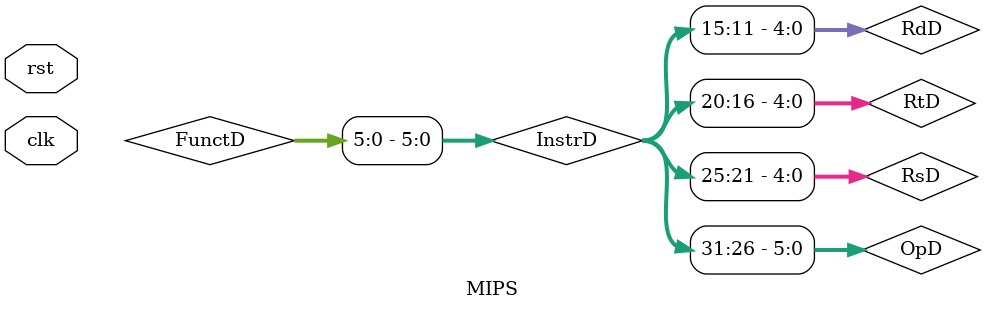
<source format=v>
module MIPS(
  input clk,
  input rst
  );
  
  wire        PCSrcD, BranchD, CompD, Jump, StallF, StallD, FlushD, FlushE;
  wire        RegWriteD, MemWriteD, MemToRegD, ALUSrcAD, ALUSrcBD, RegDstD, RegWriteW;
  wire        ForwardAD, ForwardBD, RegWriteE, RegDstE, MemWriteE, MemToRegE;
  wire        ALUSrcAE, ALUSrcBE, RegWriteM, MemWriteM, MemToRegM, MemToRegW;
  wire [1:0]  ALUOp, ForwardAE, ForwardBE;
  wire [3:0]  ALUControlD, ALUControlE;
  wire [4:0]  RsD, RtD, RdD, WriteRegW, RsE, RtE, RdE, WriteRegE, WriteRegM;
  wire [5:0]  OpD, FunctD;
  wire [31:0] PCJumpF, PCBranchD, PCPlus4F, PCF, PCPlus4D;
  wire [31:0] InstrF, InstrD, ResultW, SrcAD, SrcBD, ALUOutM, SrcA2D, SrcB2D, ImmD, ImmE;
  wire [31:0] SrcAE, SrcBE, SrcA2E, SrcB2E, SrcA3E, SrcB3E, ALUOutE, WriteDataM, ReadDataM;
  wire [31:0] ALUOutW, ReadDataW, WriteData2M;
  
  Hazard Hazard(RsD, RtD, RsE, RtE, WriteRegE, WriteRegM, WriteRegW, BranchD, MemWriteD, MemWriteM, MemWriteW,
                PCSrcD, MemToRegE, MemToRegM, RegWriteE, RegWriteM, RegWriteW,
                StallF, StallD, FlushD, FlushE, ForwardAD, ForwardBD, ForwardM, ForwardAE, ForwardBE);
  
  // IF
  assign PCSrcD = BranchD && CompD;
  PC PC(clk, rst, !StallF, Jump, PCSrcD, PCJumpF, PCBranchD, PCPlus4F, PCF);
  IM_2k IM(PCF[10:2], InstrF);
  NPCJump NPCJump(PCPlus4F, InstrF, PCJumpF, Jump);
  
  // ID
  assign OpD = InstrD[31:26];
  assign FunctD = InstrD[5:0];
  assign RsD = InstrD[25:21];
  assign RtD = InstrD[20:16];
  assign RdD = InstrD[15:11];
  RegD RegD(clk, rst, !StallD, FlushD, InstrF, PCPlus4F, InstrD, PCPlus4D);
  Ctrl Ctrl(OpD, RegWriteD, MemWriteD, MemToRegD, ALUOp, ALUSrcAD, ALUSrcBD, RegDstD, BranchD);
  ALUCtrl ALUCtrl(ALUOp, FunctD, ALUControlD);
  RegFile RegFile(clk, rst, RegWriteW, RsD, RtD, WriteRegW, ResultW, SrcAD, SrcBD);
  MUX2 #(32) ForwardADMUX(SrcAD, ALUOutM, ForwardAD, SrcA2D);
  MUX2 #(32) ForwardBDMUX(SrcBD, ALUOutM, ForwardBD, SrcB2D);
  Comp Comp(SrcA2D, SrcB2D, CompD);
  SignExt SignExt(InstrD[15:0], ImmD);
  NPCBranch NPCBranch(PCPlus4D, ImmD, PCBranchD);
  
  // EX
  RegE RegE(clk, rst, FlushE, SrcAD, SrcBD, RsD, RtD, RdD, ImmD, RegWriteD, RegDstD,
            MemWriteD, MemToRegD, ALUControlD, ALUSrcAD, ALUSrcBD,
            SrcAE, SrcBE, RsE, RtE, RdE, ImmE, RegWriteE, RegDstE, MemWriteE, MemToRegE,
            ALUControlE, ALUSrcAE, ALUSrcBE);
  MUX2 #(5)  WriteRegMUX(RtE, RdE, RegDstE, WriteRegE);
  MUX3 #(32) ForwardAEMUX(SrcAE, ResultW, ALUOutM, ForwardAE, SrcA2E);
  MUX3 #(32) ForwardBEMUX(SrcBE, ResultW, ALUOutM, ForwardBE, SrcB2E);
  MUX2 #(32) SrcAEMUX(SrcA2E, ImmE, ALUSrcAE, SrcA3E);
  MUX2 #(32) SrcBEMUX(SrcB2E, ImmE, ALUSrcBE, SrcB3E);
  ALU ALU(SrcA3E, SrcB3E, ALUControlE, ALUOutE);
  
  // MEM
  RegM RegM(clk, rst, ALUOutE, SrcB2E, WriteRegE, RegWriteE, MemWriteE, MemToRegE,
            ALUOutM, WriteDataM, WriteRegM, RegWriteM, MemWriteM, MemToRegM);
  MUX2 #(32) ForwardMMUX(WriteDataM, ResultW, ForwardM, WriteData2M);
  DM_4k DM(ALUOutM[11:2], WriteData2M, MemWriteM, clk, ReadDataM);
  
  // WB
  RegW RegW(clk, rst, ALUOutM, ReadDataM, WriteRegM, RegWriteM, MemWriteM, MemToRegM,
            ALUOutW, ReadDataW, WriteRegW, RegWriteW, MemWriteW, MemToRegW);
  MUX2 #(32) ResultMUX(ALUOutW, ReadDataW, MemToRegW, ResultW);
  
endmodule
</source>
